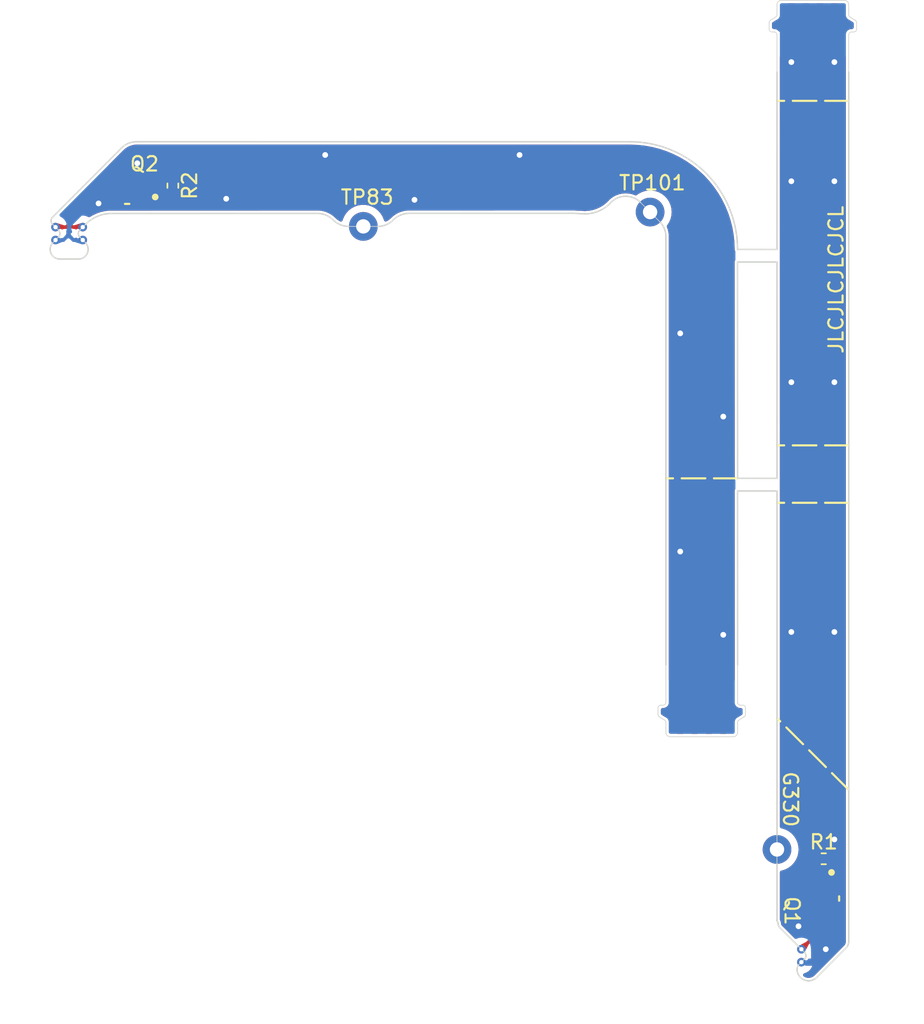
<source format=kicad_pcb>
(kicad_pcb (version 20221018) (generator pcbnew)
  (layers (0 "F.Cu" mixed) (31 "B.Cu" power) (34 "B.Paste" user) (35 "F.Paste" user) (36 "B.SilkS" user "B.Silkscreen") (37 "F.SilkS" user "F.Silkscreen") (38 "B.Mask" user) (39 "F.Mask" user) (44 "Edge.Cuts" user))
  (net 0 "")
  (net 1 "GND")
  (net 2 "/G_TWL")
  (net 3 "+1V2")
  (net 4 "Net-(Q1-G)")
  (net 5 "/G_UTL")
  (net 6 "Net-(Q2-G)")
  (footprint "footprints:FPC_Castellated_Hole" (layer "F.Cu") (at 233.7 122.1 -45)
    (fp_text reference "J2" hide)
    (fp_text value "TWL_DCap_V12")
    (fp_line (start -0.3 0) (end 0.3 0) (stroke (width 0.05)) (layer "Edge.Cuts"))
    (pad "1" thru_hole circle (at 0 0 315) (size 0.6 0.6) (drill 0.3) (property pad_prop_castellated) (layers "*.Cu" "*.Mask") (net 3 "+1V2"))
  )
  (footprint "Resistor_SMD:R_0402_1005Metric" (layer "F.Cu") (at 189.8833 68.9067 -90)
    (fp_text reference "R2" (at 0 -1.17 90) (layer "F.SilkS"))
    (fp_text value "200")
    (fp_line (start -0.153641 -0.38) (end 0.153641 -0.38) (stroke (width 0.12)) (layer "F.SilkS"))
    (fp_line (start -0.153641 0.38) (end 0.153641 0.38) (stroke (width 0.12)) (layer "F.SilkS"))
    (pad "1" smd roundrect (at -0.51 0 270) (size 0.54 0.64) (layers "F.Cu" "F.Paste" "F.Mask") (net 5 "/G_UTL"))
    (pad "2" smd roundrect (at 0.51 0 270) (size 0.54 0.64) (layers "F.Cu" "F.Paste" "F.Mask") (net 6 "Net-(Q2-G)"))
  )
  (footprint "footprints:FPC_Castellated_Hole" (layer "F.Cu") (at 181.7033 72.6967 45)
    (fp_text reference "J6" hide)
    (fp_text value "UTL_DCap_GND")
    (fp_line (start -0.3 0) (end 0.3 0) (stroke (width 0.05)) (layer "Edge.Cuts"))
    (pad "1" thru_hole circle (at 0 0 45) (size 0.6 0.6) (drill 0.3) (property pad_prop_castellated) (layers "*.Cu" "*.Mask") (net 1 "GND"))
  )
  (footprint "footprints:TestPointAnchor_D1.00" (layer "F.Cu") (at 223.1533 70.7467 -45)
    (fp_text reference "H3" hide)
    (fp_text value "UTL_TP101_HP#SP")
    (fp_line (start -1 0) (end 1 0) (stroke (width 0.05)) (layer "Edge.Cuts"))
    (pad "1" thru_hole circle (at 0 0 315) (size 2 2) (drill 1) (layers "*.Cu" "*.Mask"))
  )
  (footprint "footprints:FPC_Castellated_Hole" (layer "F.Cu") (at 183.6033 72.6967 135)
    (fp_text reference "J8" hide)
    (fp_text value "UTL_DCap_GND")
    (fp_line (start -0.3 0) (end 0.3 0) (stroke (width 0.05)) (layer "Edge.Cuts"))
    (pad "1" thru_hole circle (at 0 0 135) (size 0.6 0.6) (drill 0.3) (property pad_prop_castellated) (layers "*.Cu" "*.Mask") (net 1 "GND"))
  )
  (footprint "footprints:PQFN6_2X2_INF" (layer "F.Cu") (at 235.149986 118.5668 -90)
    (fp_text reference "Q1" (at 0.8582 2.099986 -90 unlocked) (layer "F.SilkS"))
    (fp_text value "IRFHS8342PbF")
    (fp_line (start 0.1524 -1.1811) (end -0.1524 -1.1811) (stroke (width 0.1524)) (layer "F.SilkS"))
    (pad "1" smd rect (at -1.0668 -0.649986 270) (size 0.5842 0.3048) (layers "F.Cu" "F.Paste" "F.Mask") (net 3 "+1V2"))
    (pad "2" smd rect (at -1.0668 0 270) (size 0.5842 0.3048) (layers "F.Cu" "F.Paste" "F.Mask") (net 3 "+1V2"))
    (pad "3" smd rect (at -1.0668 0.649986 270) (size 0.5842 0.3048) (layers "F.Cu" "F.Paste" "F.Mask") (net 4 "Net-(Q1-G)"))
    (pad "4" smd rect (at 1.0668 0.649986 270) (size 0.5842 0.3048) (layers "F.Cu" "F.Paste" "F.Mask") (net 1 "GND"))
    (pad "5" smd rect (at 1.0668 0 270) (size 0.5842 0.3048) (layers "F.Cu" "F.Paste" "F.Mask") (net 3 "+1V2"))
    (pad "6" smd rect (at 1.0668 -0.649986 270) (size 0.5842 0.3048) (layers "F.Cu" "F.Paste" "F.Mask") (net 3 "+1V2"))
    (pad "7" smd rect (at 0.021082 -0.300736 270) (size 1.27 1.0668) (layers "F.Cu" "F.Paste" "F.Mask") (net 3 "+1V2"))
    (pad "8" smd rect (at 0.004 0.776986 270) (size 0.7874 0.254) (layers "F.Cu" "F.Paste" "F.Mask") (net 1 "GND"))
  )
  (footprint "footprints:TestPointAnchor_D1.00" (layer "F.Cu") (at 232 115.15 -90)
    (fp_text reference "H1" hide)
    (fp_text value "TWL_GPIO330")
    (fp_line (start -1 0) (end 1 0) (stroke (width 0.05)) (layer "Edge.Cuts"))
    (pad "1" thru_hole circle (at 0 0 270) (size 2 2) (drill 1) (layers "*.Cu" "*.Mask"))
  )
  (footprint "footprints:FPC_Castellated_Hole" (layer "F.Cu") (at 233.7 123 -135)
    (fp_text reference "J3" hide)
    (fp_text value "TWL_DCap_GND")
    (fp_line (start -0.3 0) (end 0.3 0) (stroke (width 0.05)) (layer "Edge.Cuts"))
    (pad "1" thru_hole circle (at 0 0 225) (size 0.6 0.6) (drill 0.3) (property pad_prop_castellated) (layers "*.Cu" "*.Mask") (net 1 "GND"))
  )
  (footprint "footprints:FPC_Castellated_Hole" (layer "F.Cu") (at 183.6033 71.7967 45)
    (fp_text reference "J7" hide)
    (fp_text value "UTL_DCap_V12")
    (fp_line (start -0.3 0) (end 0.3 0) (stroke (width 0.05)) (layer "Edge.Cuts"))
    (pad "1" thru_hole circle (at 0 0 45) (size 0.6 0.6) (drill 0.3) (property pad_prop_castellated) (layers "*.Cu" "*.Mask") (net 3 "+1V2"))
  )
  (footprint "footprints:FPC_Castellated_Hole" (layer "F.Cu") (at 181.7033 71.7967 135)
    (fp_text reference "J5" hide)
    (fp_text value "UTL_DCap_V12")
    (fp_line (start -0.3 0) (end 0.3 0) (stroke (width 0.05)) (layer "Edge.Cuts"))
    (pad "1" thru_hole circle (at 0 0 135) (size 0.6 0.6) (drill 0.3) (property pad_prop_castellated) (layers "*.Cu" "*.Mask") (net 3 "+1V2"))
  )
  (footprint "footprints:PQFN6_2X2_INF" (layer "F.Cu") (at 186.6965 68.996686 180)
    (fp_text reference "Q2" (at -1.2068 1.599986 unlocked) (layer "F.SilkS"))
    (fp_text value "IRFHS8342PbF")
    (fp_line (start 0.1524 -1.1811) (end -0.1524 -1.1811) (stroke (width 0.1524)) (layer "F.SilkS"))
    (pad "1" smd rect (at -1.0668 -0.649986 180) (size 0.5842 0.3048) (layers "F.Cu" "F.Paste" "F.Mask") (net 3 "+1V2"))
    (pad "2" smd rect (at -1.0668 0 180) (size 0.5842 0.3048) (layers "F.Cu" "F.Paste" "F.Mask") (net 3 "+1V2"))
    (pad "3" smd rect (at -1.0668 0.649986 180) (size 0.5842 0.3048) (layers "F.Cu" "F.Paste" "F.Mask") (net 6 "Net-(Q2-G)"))
    (pad "4" smd rect (at 1.0668 0.649986 180) (size 0.5842 0.3048) (layers "F.Cu" "F.Paste" "F.Mask") (net 1 "GND"))
    (pad "5" smd rect (at 1.0668 0 180) (size 0.5842 0.3048) (layers "F.Cu" "F.Paste" "F.Mask") (net 3 "+1V2"))
    (pad "6" smd rect (at 1.0668 -0.649986 180) (size 0.5842 0.3048) (layers "F.Cu" "F.Paste" "F.Mask") (net 3 "+1V2"))
    (pad "7" smd rect (at 0.021082 -0.300736 180) (size 1.27 1.0668) (layers "F.Cu" "F.Paste" "F.Mask") (net 3 "+1V2"))
    (pad "8" smd rect (at 0.004 0.776986 180) (size 0.7874 0.254) (layers "F.Cu" "F.Paste" "F.Mask") (net 1 "GND"))
  )
  (footprint "footprints:Molex_2005280040_FPC" (layer "F.Cu") (at 234.5 61)
    (fp_text reference "J1" hide)
    (fp_text value "Molex 200528_0400")
    (fp_line (start -3.05 -3.444854) (end -3.05 -3) (stroke (width 0.05)) (layer "Edge.Cuts"))
    (fp_line (start -2.85 -2.8) (end -2.7 -2.8) (stroke (width 0.05)) (layer "Edge.Cuts"))
    (fp_line (start -2.558579 -3.858579) (end -2.939443 -3.623739) (stroke (width 0.05)) (layer "Edge.Cuts"))
    (fp_line (start -2.5 -4.7) (end -2.5 -4) (stroke (width 0.05)) (layer "Edge.Cuts"))
    (fp_line (start -2.5 -2.6) (end -2.5 0) (stroke (width 0.05)) (layer "Edge.Cuts"))
    (fp_line (start -2.2 -5) (end 2.2 -5) (stroke (width 0.05)) (layer "Edge.Cuts"))
    (fp_line (start 2.5 -4.7) (end 2.5 -4) (stroke (width 0.05)) (layer "Edge.Cuts"))
    (fp_line (start 2.5 -2.6) (end 2.5 0) (stroke (width 0.05)) (layer "Edge.Cuts"))
    (fp_line (start 2.558579 -3.858579) (end 2.939443 -3.623739) (stroke (width 0.05)) (layer "Edge.Cuts"))
    (fp_line (start 2.85 -2.8) (end 2.7 -2.8) (stroke (width 0.05)) (layer "Edge.Cuts"))
    (fp_line (start 3.05 -3.444854) (end 3.05 -3) (stroke (width 0.05)) (layer "Edge.Cuts"))
    (fp_arc (start -3.05 -3.444854) (mid -3.02013 -3.55) (end -2.939443 -3.623739) (stroke (width 0.05)) (layer "Edge.Cuts"))
    (fp_arc (start -2.85 -2.8) (mid -2.991421 -2.858579) (end -3.05 -3) (stroke (width 0.05)) (layer "Edge.Cuts"))
    (fp_arc (start -2.7 -2.8) (mid -2.558579 -2.741421) (end -2.5 -2.6) (stroke (width 0.05)) (layer "Edge.Cuts"))
    (fp_arc (start -2.5 -4.7) (mid -2.412132 -4.912132) (end -2.2 -5) (stroke (width 0.05)) (layer "Edge.Cuts"))
    (fp_arc (start -2.5 -4) (mid -2.515224 -3.923463) (end -2.558579 -3.858579) (stroke (width 0.05)) (layer "Edge.Cuts"))
    (fp_arc (start 2.2 -5) (mid 2.412132 -4.912132) (end 2.5 -4.7) (stroke (width 0.05)) (layer "Edge.Cuts"))
    (fp_arc (start 2.5 -2.6) (mid 2.558579 -2.741421) (end 2.7 -2.8) (stroke (width 0.05)) (layer "Edge.Cuts"))
    (fp_arc (start 2.558579 -3.858579) (mid 2.515225 -3.923464) (end 2.5 -4) (stroke (width 0.05)) (layer "Edge.Cuts"))
    (fp_arc (start 2.939443 -3.623739) (mid 3.020112 -3.54999) (end 3.05 -3.444854) (stroke (width 0.05)) (layer "Edge.Cuts"))
    (fp_arc (start 3.05 -3) (mid 2.991421 -2.858579) (end 2.85 -2.8) (stroke (width 0.05)) (layer "Edge.Cuts"))
    (pad "1" smd roundrect (at 1.5 -3.15) (size 0.7 3.3) (layers "F.Cu" "F.Mask") (net 1 "GND"))
    (pad "2" smd roundrect (at 0.5 -3.15) (size 0.7 3.3) (layers "F.Cu" "F.Mask") (net 2 "/G_TWL"))
    (pad "3" smd roundrect (at -0.5 -3.15) (size 0.7 3.3) (layers "F.Cu" "F.Mask") (net 2 "/G_TWL"))
    (pad "4" smd roundrect (at -1.5 -3.15) (size 0.7 3.3) (layers "F.Cu" "F.Mask") (net 1 "GND"))
  )
  (footprint "footprints:TestPointAnchor_D1.00" (layer "F.Cu") (at 203.161274 71.7467)
    (fp_text reference "H2" hide)
    (fp_text value "UTL_TP83_PENIRQ")
    (fp_line (start -1 0) (end 1 0) (stroke (width 0.05)) (layer "Edge.Cuts"))
    (pad "1" thru_hole circle (at 0 0) (size 2 2) (drill 1) (layers "*.Cu" "*.Mask"))
  )
  (footprint "Resistor_SMD:R_0402_1005Metric" (layer "F.Cu") (at 235.255 115.8)
    (fp_text reference "R1" (at 0 -1.17) (layer "F.SilkS"))
    (fp_text value "200")
    (fp_line (start -0.153641 -0.38) (end 0.153641 -0.38) (stroke (width 0.12)) (layer "F.SilkS"))
    (fp_line (start -0.153641 0.38) (end 0.153641 0.38) (stroke (width 0.12)) (layer "F.SilkS"))
    (pad "1" smd roundrect (at -0.51 0) (size 0.54 0.64) (layers "F.Cu" "F.Paste" "F.Mask") (net 2 "/G_TWL"))
    (pad "2" smd roundrect (at 0.51 0) (size 0.54 0.64) (layers "F.Cu" "F.Paste" "F.Mask") (net 4 "Net-(Q1-G)"))
  )
  (footprint "footprints:Molex_2005280040_FPC" (layer "F.Cu") (at 226.7533 102.2967 180)
    (fp_text reference "J4" hide)
    (fp_text value "Molex 200528_0400")
    (fp_line (start -3.05 -3.444854) (end -3.05 -3) (stroke (width 0.05)) (layer "Edge.Cuts"))
    (fp_line (start -2.85 -2.8) (end -2.7 -2.8) (stroke (width 0.05)) (layer "Edge.Cuts"))
    (fp_line (start -2.558579 -3.858579) (end -2.939443 -3.623739) (stroke (width 0.05)) (layer "Edge.Cuts"))
    (fp_line (start -2.5 -4.7) (end -2.5 -4) (stroke (width 0.05)) (layer "Edge.Cuts"))
    (fp_line (start -2.5 -2.6) (end -2.5 0) (stroke (width 0.05)) (layer "Edge.Cuts"))
    (fp_line (start -2.2 -5) (end 2.2 -5) (stroke (width 0.05)) (layer "Edge.Cuts"))
    (fp_line (start 2.5 -4.7) (end 2.5 -4) (stroke (width 0.05)) (layer "Edge.Cuts"))
    (fp_line (start 2.5 -2.6) (end 2.5 0) (stroke (width 0.05)) (layer "Edge.Cuts"))
    (fp_line (start 2.558579 -3.858579) (end 2.939443 -3.623739) (stroke (width 0.05)) (layer "Edge.Cuts"))
    (fp_line (start 2.85 -2.8) (end 2.7 -2.8) (stroke (width 0.05)) (layer "Edge.Cuts"))
    (fp_line (start 3.05 -3.444854) (end 3.05 -3) (stroke (width 0.05)) (layer "Edge.Cuts"))
    (fp_arc (start -3.05 -3.444854) (mid -3.02013 -3.55) (end -2.939443 -3.623739) (stroke (width 0.05)) (layer "Edge.Cuts"))
    (fp_arc (start -2.85 -2.8) (mid -2.991421 -2.858579) (end -3.05 -3) (stroke (width 0.05)) (layer "Edge.Cuts"))
    (fp_arc (start -2.7 -2.8) (mid -2.558579 -2.741421) (end -2.5 -2.6) (stroke (width 0.05)) (layer "Edge.Cuts"))
    (fp_arc (start -2.5 -4.7) (mid -2.412132 -4.912132) (end -2.2 -5) (stroke (width 0.05)) (layer "Edge.Cuts"))
    (fp_arc (start -2.5 -4) (mid -2.515224 -3.923463) (end -2.558579 -3.858579) (stroke (width 0.05)) (layer "Edge.Cuts"))
    (fp_arc (start 2.2 -5) (mid 2.412132 -4.912132) (end 2.5 -4.7) (stroke (width 0.05)) (layer "Edge.Cuts"))
    (fp_arc (start 2.5 -2.6) (mid 2.558579 -2.741421) (end 2.7 -2.8) (stroke (width 0.05)) (layer "Edge.Cuts"))
    (fp_arc (start 2.558579 -3.858579) (mid 2.515225 -3.923464) (end 2.5 -4) (stroke (width 0.05)) (layer "Edge.Cuts"))
    (fp_arc (start 2.939443 -3.623739) (mid 3.020112 -3.54999) (end 3.05 -3.444854) (stroke (width 0.05)) (layer "Edge.Cuts"))
    (fp_arc (start 3.05 -3) (mid 2.991421 -2.858579) (end 2.85 -2.8) (stroke (width 0.05)) (layer "Edge.Cuts"))
    (pad "1" smd roundrect (at 1.5 -3.15 180) (size 0.7 3.3) (layers "F.Cu" "F.Mask") (net 1 "GND"))
    (pad "2" smd roundrect (at 0.5 -3.15 180) (size 0.7 3.3) (layers "F.Cu" "F.Mask") (net 5 "/G_UTL"))
    (pad "3" smd roundrect (at -0.5 -3.15 180) (size 0.7 3.3) (layers "F.Cu" "F.Mask") (net 5 "/G_UTL"))
    (pad "4" smd roundrect (at -1.5 -3.15 180) (size 0.7 3.3) (layers "F.Cu" "F.Mask") (net 1 "GND"))
  )
  (gr_line (start 237 87) (end 232 87) (stroke (width 0.15) (type dash)) (layer "F.SilkS"))
  (gr_line (start 237 63) (end 232 63) (stroke (width 0.15) (type dash)) (layer "F.SilkS"))
  (gr_line (start 237 91) (end 232 91) (stroke (width 0.15) (type dash)) (layer "F.SilkS"))
  (gr_circle (center 188.6533 69.6967) (end 188.811414 69.6967) (stroke (width 0.15)) (fill solid) (layer "F.SilkS"))
  (gr_line (start 237 111) (end 232 106) (stroke (width 0.15) (type dash)) (layer "F.SilkS"))
  (gr_line (start 229.2533 89.2967) (end 224.2533 89.2967) (stroke (width 0.15) (type dash)) (layer "F.SilkS"))
  (gr_circle (center 235.8 116.75) (end 235.8 116.908114) (stroke (width 0.15)) (fill solid) (layer "F.SilkS"))
  (gr_arc (start 183.815431 72.908833) (mid 183.91528 73.628632) (end 183.3033 74.0205) (stroke (width 0.1)) (layer "Edge.Cuts"))
  (gr_arc (start 233.912132 122.312132) (mid 234.018718 122.55) (end 233.912132 122.787868) (stroke (width 0.1)) (layer "Edge.Cuts"))
  (gr_line (start 232 61) (end 232 63) (stroke (width 0.1)) (layer "Edge.Cuts"))
  (gr_line (start 232 120) (end 231.992894 120.1) (stroke (width 0.1)) (layer "Edge.Cuts"))
  (gr_line (start 234.765685 124.065685) (end 236.824264 121.994654) (stroke (width 0.1)) (layer "Edge.Cuts"))
  (gr_line (start 229.249999 73.350001) (end 231.996699 73.353301) (stroke (width 0.1)) (layer "Edge.Cuts"))
  (gr_line (start 217.84307 70.836468) (end 218.6033 70.876206) (stroke (width 0.1)) (layer "Edge.Cuts"))
  (gr_arc (start 183.816452 71.58559) (mid 184.636503 71.038708) (end 185.6033 70.8467) (stroke (width 0.1)) (layer "Edge.Cuts"))
  (gr_arc (start 232.024265 120.175735) (mid 232.001047 120.140987) (end 231.992894 120.1) (stroke (width 0.1)) (layer "Edge.Cuts"))
  (gr_line (start 237 63) (end 237 87) (stroke (width 0.1)) (layer "Edge.Cuts"))
  (gr_arc (start 220.460409 70.039593) (mid 219.621727 70.657398) (end 218.6033 70.876206) (stroke (width 0.1)) (layer "Edge.Cuts"))
  (gr_line (start 237 61) (end 237 63) (stroke (width 0.1)) (layer "Edge.Cuts"))
  (gr_arc (start 220.460409 70.039593) (mid 221.453301 69.64642) (end 222.446193 70.039593) (stroke (width 0.1)) (layer "Edge.Cuts"))
  (gr_arc (start 234.765685 124.065685) (mid 233.893853 124.239103) (end 233.4 123.5) (stroke (width 0.1)) (layer "Edge.Cuts"))
  (gr_arc (start 221.749999 65.850001) (mid 227.0533 68.0467) (end 229.249999 73.350001) (stroke (width 0.1)) (layer "Edge.Cuts"))
  (gr_arc (start 232.024264 120.175736) (mid 232.062359 120.232749) (end 232.075736 120.3) (stroke (width 0.1)) (layer "Edge.Cuts"))
  (gr_line (start 232 90.175) (end 232 106) (stroke (width 0.1)) (layer "Edge.Cuts"))
  (gr_arc (start 205.25729 71.292716) (mid 204.754432 71.628717) (end 204.161274 71.7467) (stroke (width 0.1)) (layer "Edge.Cuts"))
  (gr_line (start 229.25 90.175) (end 232 90.175) (stroke (width 0.1)) (layer "Edge.Cuts"))
  (gr_line (start 237 111) (end 237 121.57039) (stroke (width 0.1)) (layer "Edge.Cuts"))
  (gr_line (start 237 87) (end 237 91) (stroke (width 0.1)) (layer "Edge.Cuts"))
  (gr_line (start 181.491168 71.108832) (end 186.3033 66.28604) (stroke (width 0.1)) (layer "Edge.Cuts"))
  (gr_line (start 232 106) (end 232 114.15) (stroke (width 0.1)) (layer "Edge.Cuts"))
  (gr_line (start 221.749999 65.850001) (end 187.36396 65.8467) (stroke (width 0.1)) (layer "Edge.Cuts"))
  (gr_line (start 237 91) (end 237 111) (stroke (width 0.1)) (layer "Edge.Cuts"))
  (gr_line (start 182.0033 74.0205) (end 183.3033 74.0205) (stroke (width 0.1)) (layer "Edge.Cuts"))
  (gr_line (start 224.2533 89.2967) (end 224.253579 72.4467) (stroke (width 0.1)) (layer "Edge.Cuts"))
  (gr_line (start 232 116.15) (end 232 120) (stroke (width 0.1)) (layer "Edge.Cuts"))
  (gr_arc (start 233.4 123.5) (mid 233.423055 123.349923) (end 233.490093 123.213685) (stroke (width 0.1)) (layer "Edge.Cuts"))
  (gr_line (start 229.2533 89.2967) (end 232 89.3) (stroke (width 0.1)) (layer "Edge.Cuts"))
  (gr_arc (start 182.0033 74.0205) (mid 181.391319 73.628632) (end 181.491169 72.908833) (stroke (width 0.1)) (layer "Edge.Cuts"))
  (gr_line (start 231.996699 74.228301) (end 232 87) (stroke (width 0.1)) (layer "Edge.Cuts"))
  (gr_line (start 232 63) (end 231.996699 73.353301) (stroke (width 0.1)) (layer "Edge.Cuts"))
  (gr_arc (start 186.3033 66.28604) (mid 186.78993 65.960869) (end 187.36396 65.8467) (stroke (width 0.1)) (layer "Edge.Cuts"))
  (gr_arc (start 237 121.57039) (mid 236.954331 121.800002) (end 236.824264 121.994654) (stroke (width 0.1)) (layer "Edge.Cuts"))
  (gr_arc (start 202.15729 71.750684) (mid 201.564128 71.632699) (end 201.061274 71.2967) (stroke (width 0.1)) (layer "Edge.Cuts"))
  (gr_line (start 229.246699 74.228301) (end 231.996699 74.228301) (stroke (width 0.1)) (layer "Edge.Cuts"))
  (gr_arc (start 199.965258 70.842716) (mid 200.558414 70.960702) (end 201.061274 71.2967) (stroke (width 0.1)) (layer "Edge.Cuts"))
  (gr_line (start 232 87) (end 232 89.3) (stroke (width 0.1)) (layer "Edge.Cuts"))
  (gr_line (start 229.2533 102.2967) (end 229.25 90.175) (stroke (width 0.1)) (layer "Edge.Cuts"))
  (gr_line (start 229.2533 89.2967) (end 229.246699 74.228301) (stroke (width 0.1)) (layer "Edge.Cuts"))
  (gr_arc (start 181.915432 72.008832) (mid 182.012725 72.2467) (end 181.915432 72.484568) (stroke (width 0.1)) (layer "Edge.Cuts"))
  (gr_arc (start 183.391168 72.484568) (mid 183.293875 72.2467) (end 183.391168 72.008832) (stroke (width 0.1)) (layer "Edge.Cuts"))
  (gr_arc (start 181.491168 71.584568) (mid 181.393875 71.3467) (end 181.491168 71.108832) (stroke (width 0.1)) (layer "Edge.Cuts"))
  (gr_arc (start 223.860406 71.453808) (mid 224.151708 71.912748) (end 224.253579 72.4467) (stroke (width 0.1)) (layer "Edge.Cuts"))
  (gr_line (start 206.353306 70.838732) (end 217.84307 70.836468) (stroke (width 0.1)) (layer "Edge.Cuts"))
  (gr_line (start 233.487868 121.887868) (end 232.2 120.6) (stroke (width 0.1)) (layer "Edge.Cuts"))
  (gr_arc (start 232.2 120.6) (mid 232.108031 120.462359) (end 232.075736 120.3) (stroke (width 0.1)) (layer "Edge.Cuts"))
  (gr_arc (start 205.25729 71.292716) (mid 205.760145 70.956713) (end 206.353306 70.838732) (stroke (width 0.1)) (layer "Edge.Cuts"))
  (gr_line (start 199.965258 70.842716) (end 185.6033 70.8467) (stroke (width 0.1)) (layer "Edge.Cuts"))
  (gr_line (start 224.2533 102.2967) (end 224.2533 89.2967) (stroke (width 0.1)) (layer "Edge.Cuts"))
  (gr_text "TP101" (at 220.9 69.3) (layer "F.SilkS") (effects (font (size 1 1)) (justify left bottom)))
  (gr_text "G330" (at 232.35 109.625 -90) (layer "F.SilkS") (effects (font (size 1 1)) (justify left bottom)))
  (gr_text "JLCJLCJLCJCL" (at 236.7 80.7 90) (layer "F.SilkS") (effects (font (size 1 1)) (justify left bottom)))
  (gr_text "TP83" (at 201.5 70.3) (layer "F.SilkS") (effects (font (size 1 1)) (justify left bottom)))
  (segment (start 187.345953 67.566246) (end 186.6925 68.2197) (width 0.5) (layer "F.Cu") (net 1))
  (segment (start 187.4033 67.4278) (end 187.4033 67.3467) (width 0.5) (layer "F.Cu") (net 1))
  (segment (start 185.846502 68.2197) (end 186.6925 68.2197) (width 0.25) (layer "F.Cu") (net 1))
  (segment (start 234.5 123) (end 235.4 122.1) (width 0.25) (layer "F.Cu") (net 1))
  (segment (start 187.4033 67.3467) (end 187.5655 67.3467) (width 0.5) (layer "F.Cu") (net 1))
  (segment (start 233.7 123) (end 234.5 123) (width 0.25) (layer "F.Cu") (net 1))
  (segment (start 185.6932 68.2832) (end 185.6297 68.3467) (width 0.25) (layer "F.Cu") (net 1))
  (segment (start 234.373 119.416797) (end 234.373 118.5708) (width 0.25) (layer "F.Cu") (net 1))
  (segment (start 233.5 120.5) (end 234.319166 119.680834) (width 0.25) (layer "F.Cu") (net 1))
  (segment (start 234.436501 119.570099) (end 234.452766 119.586365) (width 0.25) (layer "F.Cu") (net 1))
  (via (at 236 68.6) (size 0.8) (drill 0.4) (layers "F.Cu" "B.Cu") (net 1))
  (via (at 225.2533 94.3967) (size 0.8) (drill 0.4) (layers "F.Cu" "B.Cu") (net 1))
  (via (at 236 60.3) (size 0.8) (drill 0.4) (layers "F.Cu" "B.Cu") (net 1))
  (via (at 236 82.6) (size 0.8) (drill 0.4) (layers "F.Cu" "B.Cu") (net 1))
  (via (at 214.0533 66.7717) (size 0.8) (drill 0.4) (layers "F.Cu" "B.Cu") (net 1))
  (via (at 235.4 122.1) (size 0.8) (drill 0.4) (layers "F.Cu" "B.Cu") (net 1))
  (via (at 228.2533 100.1967) (size 0.8) (drill 0.4) (layers "F.Cu" "B.Cu") (net 1))
  (via (at 187.4033 67.3467) (size 0.8) (drill 0.4) (layers "F.Cu" "B.Cu") (net 1))
  (via (at 206.7283 69.8967) (size 0.8) (drill 0.4) (layers "F.Cu" "B.Cu") (net 1))
  (via (at 236 114.45) (size 0.8) (drill 0.4) (layers "F.Cu" "B.Cu") (net 1))
  (via (at 228.2533 84.9967) (size 0.8) (drill 0.4) (layers "F.Cu" "B.Cu") (net 1))
  (via (at 233 82.6) (size 0.8) (drill 0.4) (layers "F.Cu" "B.Cu") (net 1))
  (via (at 225.2533 79.1967) (size 0.8) (drill 0.4) (layers "F.Cu" "B.Cu") (net 1))
  (via (at 233 100) (size 0.8) (drill 0.4) (layers "F.Cu" "B.Cu") (net 1))
  (via (at 200.5033 66.7717) (size 0.8) (drill 0.4) (layers "F.Cu" "B.Cu") (net 1))
  (via (at 184.7033 70.1467) (size 0.8) (drill 0.4) (layers "F.Cu" "B.Cu") (net 1))
  (via (at 233 60.3) (size 0.8) (drill 0.4) (layers "F.Cu" "B.Cu") (net 1))
  (via (at 236 100) (size 0.8) (drill 0.4) (layers "F.Cu" "B.Cu") (net 1))
  (via (at 193.6033 69.8217) (size 0.8) (drill 0.4) (layers "F.Cu" "B.Cu") (net 1))
  (via (at 233.5 120.5) (size 0.8) (drill 0.4) (layers "F.Cu" "B.Cu") (net 1))
  (via (at 233 68.6) (size 0.8) (drill 0.4) (layers "F.Cu" "B.Cu") (net 1))
  (arc (start 185.846502 68.2197) (mid 185.763535 68.236203) (end 185.6932 68.2832) (width 0.25) (layer "F.Cu") (net 1))
  (arc (start 234.4332 119.6336) (mid 234.458764 119.616519) (end 234.452766 119.586365) (width 0.25) (layer "F.Cu") (net 1))
  (arc (start 187.4033 67.4278) (mid 187.388396 67.502726) (end 187.345953 67.566246) (width 0.5) (layer "F.Cu") (net 1))
  (arc (start 234.436501 119.570099) (mid 234.389504 119.499763) (end 234.373 119.416797) (width 0.25) (layer "F.Cu") (net 1))
  (arc (start 234.4332 119.6336) (mid 234.371486 119.645875) (end 234.319166 119.680834) (width 0.25) (layer "F.Cu") (net 1))
  (segment (start 182.815431 71.534567) (end 184.026523 70.323476) (width 0.25) (layer "B.Cu") (net 1))
  (segment (start 187.4033 67.3967) (end 187.4033 67.3467) (width 0.25) (layer "B.Cu") (net 1))
  (segment (start 181.7033 72.6967) (end 182.2533 72.6967) (width 0.25) (layer "B.Cu") (net 1))
  (segment (start 187.367944 67.482055) (end 184.7033 70.1467) (width 0.25) (layer "B.Cu") (net 1))
  (segment (start 182.9533 72.6967) (end 182.7783 72.5217) (width 0.25) (layer "B.Cu") (net 1))
  (segment (start 183.6033 72.6967) (end 182.9533 72.6967) (width 0.25) (layer "B.Cu") (net 1))
  (segment (start 234 121) (end 233.5 120.5) (width 0.25) (layer "B.Cu") (net 1))
  (segment (start 234.3 123) (end 234.5 122.8) (width 0.25) (layer "B.Cu") (net 1))
  (segment (start 234.5 122.8) (end 234.5 122.207106) (width 0.25) (layer "B.Cu") (net 1))
  (segment (start 182.2533 72.6967) (end 182.4283 72.5217) (width 0.25) (layer "B.Cu") (net 1))
  (segment (start 182.6033 72.099212) (end 182.6033 72.0467) (width 0.25) (layer "B.Cu") (net 1))
  (segment (start 233.7 123) (end 234.3 123) (width 0.25) (layer "B.Cu") (net 1))
  (segment (start 184.4533 70.1467) (end 184.7033 70.1467) (width 0.25) (layer "B.Cu") (net 1))
  (arc (start 182.6033 72.099212) (mid 182.648781 72.32786) (end 182.7783 72.5217) (width 0.25) (layer "B.Cu") (net 1))
  (arc (start 187.4033 67.3967) (mid 187.394111 67.442893) (end 187.367944 67.482055) (width 0.25) (layer "B.Cu") (net 1))
  (arc (start 182.4283 72.5217) (mid 182.557818 72.32786) (end 182.6033 72.099212) (width 0.25) (layer "B.Cu") (net 1))
  (arc (start 182.7783 72.5217) (mid 182.6033 72.449212) (end 182.4283 72.5217) (width 0.25) (layer "B.Cu") (net 1))
  (arc (start 182.815431 71.534567) (mid 182.658431 71.769535) (end 182.6033 72.0467) (width 0.25) (layer "B.Cu") (net 1))
  (arc (start 234.5 122.207106) (mid 234.370055 121.553825) (end 234 121) (width 0.25) (layer "B.Cu") (net 1))
  (arc (start 184.4533 70.1467) (mid 184.22233 70.192642) (end 184.026523 70.323476) (width 0.25) (layer "B.Cu") (net 1))
  (segment (start 234.25 57.85) (end 234 57.85) (width 0.5) (layer "F.Cu") (net 2))
  (segment (start 234.745 115.318241) (end 234.745 115.8) (width 0.5) (layer "F.Cu") (net 2))
  (segment (start 234.5 58.1) (end 234.5 114.726758) (width 0.5) (layer "F.Cu") (net 2))
  (segment (start 234.75 57.85) (end 235 57.85) (width 0.5) (layer "F.Cu") (net 2))
  (segment (start 234.25 57.85) (end 234.75 57.85) (width 0.5) (layer "F.Cu") (net 2))
  (arc (start 234.6225 115.0225) (mid 234.531837 114.886812) (end 234.5 114.726758) (width 0.5) (layer "F.Cu") (net 2))
  (arc (start 234.75 57.85) (mid 234.573224 57.923223) (end 234.5 58.1) (width 0.5) (layer "F.Cu") (net 2))
  (arc (start 234.745 115.318241) (mid 234.713164 115.158187) (end 234.6225 115.0225) (width 0.5) (layer "F.Cu") (net 2))
  (arc (start 234.5 58.1) (mid 234.426777 57.923223) (end 234.25 57.85) (width 0.5) (layer "F.Cu") (net 2))
  (segment (start 186.162029 68.996686) (end 185.6297 68.996686) (width 0.25) (layer "F.Cu") (net 3))
  (segment (start 235.149986 117.5) (end 235.149986 118.287146) (width 0.25) (layer "F.Cu") (net 3))
  (segment (start 184.448857 69.305126) (end 183.078668 70.675315) (width 0.25) (layer "F.Cu") (net 3))
  (segment (start 181.7033 71.7967) (end 182.4533 71.7967) (width 0.25) (layer "F.Cu") (net 3))
  (segment (start 235.799972 119.6336) (end 235.799972 118.937132) (width 0.25) (layer "F.Cu") (net 3))
  (segment (start 186.825786 69.44779) (end 186.850043 69.472047) (width 0.25) (layer "F.Cu") (net 3))
  (segment (start 235.149986 119.6336) (end 235.149986 118.888618) (width 0.25) (layer "F.Cu") (net 3))
  (segment (start 182.4533 71.7967) (end 182.6533 71.5967) (width 0.25) (layer "F.Cu") (net 3))
  (segment (start 235.149986 119.6336) (end 235.149986 120.141807) (width 0.25) (layer "F.Cu") (net 3))
  (segment (start 186.07921 69.646672) (end 185.6297 69.646672) (width 0.25) (layer "F.Cu") (net 3))
  (segment (start 185.193499 68.996686) (end 185.6297 68.996686) (width 0.25) (layer "F.Cu") (net 3))
  (segment (start 182.994721 71.7967) (end 183.6033 71.7967) (width 0.25) (layer "F.Cu") (net 3))
  (segment (start 182.678299 71.571699) (end 182.727931 71.522068) (width 0.25) (layer "F.Cu") (net 3))
  (segment (start 235.799972 117.5) (end 235.799972 118.238632) (width 0.25) (layer "F.Cu") (net 3))
  (segment (start 182.7533 71.6967) (end 182.6533 71.5967) (width 0.25) (layer "F.Cu") (net 3))
  (segment (start 234.79063 121.00937) (end 233.7 122.1) (width 0.25) (layer "F.Cu") (net 3))
  (segment (start 186.500793 69.472047) (end 186.52505 69.44779) (width 0.25) (layer "F.Cu") (net 3))
  (segment (start 187.271625 69.646672) (end 187.7633 69.646672) (width 0.25) (layer "F.Cu") (net 3))
  (segment (start 187.188806 68.996686) (end 187.7633 68.996686) (width 0.25) (layer "F.Cu") (net 3))
  (arc (start 186.52505 69.147054) (mid 186.358494 69.035765) (end 186.162029 68.996686) (width 0.25) (layer "F.Cu") (net 3))
  (arc (start 186.500793 69.472047) (mid 186.307369 69.601288) (end 186.07921 69.646672) (width 0.25) (layer "F.Cu") (net 3))
  (arc (start 182.7533 71.6967) (mid 182.864064 71.77071) (end 182.994721 71.7967) (width 0.25) (layer "F.Cu") (net 3))
  (arc (start 182.9033 71.098692) (mid 182.857723 71.327821) (end 182.727931 71.522068) (width 0.25) (layer "F.Cu") (net 3))
  (arc (start 186.52505 69.147054) (mid 186.675418 69.209338) (end 186.825786 69.147054) (width 0.25) (layer "F.Cu") (net 3))
  (arc (start 234.79063 121.00937) (mid 235.056593 120.611328) (end 235.149986 120.141807) (width 0.25) (layer "F.Cu") (net 3))
  (arc (start 185.193499 68.996686) (mid 184.790501 69.076846) (end 184.448857 69.305126) (width 0.25) (layer "F.Cu") (net 3))
  (arc (start 186.825786 69.44779) (mid 186.675418 69.385505) (end 186.52505 69.44779) (width 0.25) (layer "F.Cu") (net 3))
  (arc (start 186.825786 69.147054) (mid 186.763501 69.297422) (end 186.825786 69.44779) (width 0.25) (layer "F.Cu") (net 3))
  (arc (start 186.850043 69.472047) (mid 187.043466 69.601288) (end 187.271625 69.646672) (width 0.25) (layer "F.Cu") (net 3))
  (arc (start 183.078668 70.675315) (mid 182.948876 70.869562) (end 182.9033 71.098692) (width 0.25) (layer "F.Cu") (net 3))
  (arc (start 186.52505 69.44779) (mid 186.587334 69.297422) (end 186.52505 69.147054) (width 0.25) (layer "F.Cu") (net 3))
  (arc (start 187.188806 68.996686) (mid 186.992341 69.035765) (end 186.825786 69.147054) (width 0.25) (layer "F.Cu") (net 3))
  (segment (start 234.863882 116.636118) (end 234.676777 116.823223) (width 0.25) (layer "F.Cu") (net 4))
  (segment (start 234.5 117.25) (end 234.5 117.5) (width 0.25) (layer "F.Cu") (net 4))
  (segment (start 235.521119 116.363881) (end 235.651863 116.233137) (width 0.25) (layer "F.Cu") (net 4))
  (segment (start 235.765 115.96) (end 235.765 115.8) (width 0.25) (layer "F.Cu") (net 4))
  (arc (start 235.521119 116.363881) (mid 235.370348 116.464623) (end 235.1925 116.5) (width 0.25) (layer "F.Cu") (net 4))
  (arc (start 235.1925 116.5) (mid 235.014654 116.535375) (end 234.863882 116.636118) (width 0.25) (layer "F.Cu") (net 4))
  (arc (start 235.651863 116.233137) (mid 235.735597 116.10782) (end 235.765 115.96) (width 0.25) (layer "F.Cu") (net 4))
  (arc (start 234.676777 116.823223) (mid 234.545943 117.01903) (end 234.5 117.25) (width 0.25) (layer "F.Cu") (net 4))
  (segment (start 227.0033 105.4467) (end 227.2533 105.4467) (width 0.5) (layer "F.Cu") (net 5))
  (segment (start 221.8533 67.4467) (end 220.75434 67.4467) (width 0.5) (layer "F.Cu") (net 5))
  (segment (start 227.0033 105.4467) (end 226.5033 105.4467) (width 0.5) (layer "F.Cu") (net 5))
  (segment (start 226.5033 105.4467) (end 226.2533 105.4467) (width 0.5) (layer "F.Cu") (net 5))
  (segment (start 189.9333 68.3467) (end 189.8833 68.3967) (width 0.5) (layer "F.Cu") (net 5))
  (segment (start 225.159507 69.052907) (end 224.755381 68.648781) (width 0.5) (layer "F.Cu") (net 5))
  (segment (start 218.702259 68.2967) (end 190.05401 68.2967) (width 0.5) (layer "F.Cu") (net 5))
  (segment (start 226.7533 105.1967) (end 226.7533 72.900663) (width 0.5) (layer "F.Cu") (net 5))
  (arc (start 224.755381 68.648781) (mid 223.423895 67.75911) (end 221.8533 67.4467) (width 0.5) (layer "F.Cu") (net 5))
  (arc (start 226.5033 105.4467) (mid 226.680076 105.373476) (end 226.7533 105.1967) (width 0.5) (layer "F.Cu") (net 5))
  (arc (start 225.159507 69.052907) (mid 226.339086 70.818272) (end 226.7533 72.900663) (width 0.5) (layer "F.Cu") (net 5))
  (arc (start 190.05401 68.2967) (mid 189.988682 68.309694) (end 189.9333 68.3467) (width 0.5) (layer "F.Cu") (net 5))
  (arc (start 220.75434 67.4467) (mid 220.199051 67.557153) (end 219.7283 67.8717) (width 0.5) (layer "F.Cu") (net 5))
  (arc (start 219.7283 67.8717) (mid 219.257548 68.186246) (end 218.702259 68.2967) (width 0.5) (layer "F.Cu") (net 5))
  (arc (start 226.7533 105.1967) (mid 226.826523 105.373476) (end 227.0033 105.4467) (width 0.5) (layer "F.Cu") (net 5))
  (segment (start 189.7233 69.4167) (end 189.8833 69.4167) (width 0.25) (layer "F.Cu") (net 6))
  (segment (start 188.1283 68.3467) (end 187.7633 68.3467) (width 0.25) (layer "F.Cu") (net 6))
  (segment (start 189.450162 69.303562) (end 188.751393 68.604793) (width 0.25) (layer "F.Cu") (net 6))
  (arc (start 189.450162 69.303562) (mid 189.575479 69.387296) (end 189.7233 69.4167) (width 0.25) (layer "F.Cu") (net 6))
  (arc (start 188.751393 68.604793) (mid 188.465515 68.413776) (end 188.1283 68.3467) (width 0.25) (layer "F.Cu") (net 6))
  (zone (net 1) (net_name "GND") (layers "F&B.Cu") (connect_pads (clearance 0.5)) (min_thickness 0.25) (fill yes (thermal_gap 0.5) (thermal_bridge_width 0.5))
    (polygon (pts (xy 237.6 56) (xy 231.4 56) (xy 231.4 58.2) (xy 232.2 58.2) (xy 232.2 113.6) (xy 231.4 120) (xy 233.6 125) (xy 237.1 121.9) (xy 237.6 121)))
  )
  (zone (net 1) (net_name "GND") (layers "F&B.Cu") (priority 1) (connect_pads (clearance 0.5)) (min_thickness 0.25) (fill yes (thermal_gap 0.5) (thermal_bridge_width 0.5))
    (polygon (pts (xy 223.675 107.325) (xy 229.825 107.3) (xy 229.8 104.8) (xy 229.1 104.8) (xy 229.1 65.875) (xy 186.5033 65.8467) (xy 180.7033 71.6467) (xy 180.7033 72.2467) (xy 183.8033 72.2467) (xy 184.4033 71.6467) (xy 186.4033 70.8467) (xy 199.6533 72.7467) (xy 205.4033 73.1467) (xy 221.7533 70.8467) (xy 223.6533 72.6967)))
  )
)
</source>
